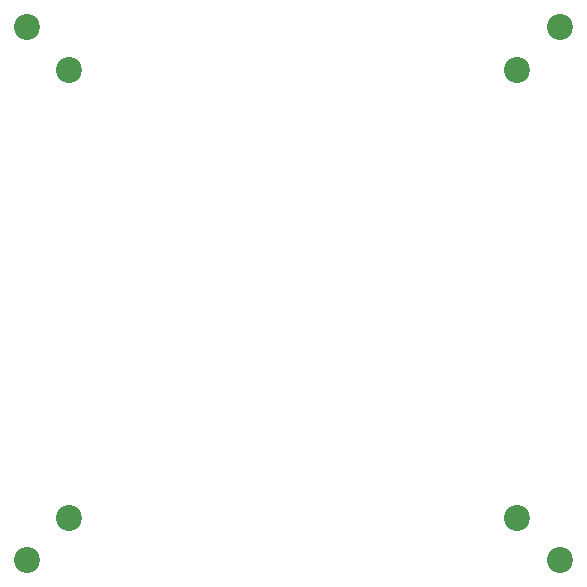
<source format=gbr>
%TF.GenerationSoftware,KiCad,Pcbnew,7.0.5*%
%TF.CreationDate,2024-08-05T01:16:24+08:00*%
%TF.ProjectId,TPS,5450532e-6b69-4636-9164-5f7063625858,rev?*%
%TF.SameCoordinates,Original*%
%TF.FileFunction,Soldermask,Top*%
%TF.FilePolarity,Negative*%
%FSLAX46Y46*%
G04 Gerber Fmt 4.6, Leading zero omitted, Abs format (unit mm)*
G04 Created by KiCad (PCBNEW 7.0.5) date 2024-08-05 01:16:24*
%MOMM*%
%LPD*%
G01*
G04 APERTURE LIST*
%ADD10C,2.200000*%
G04 APERTURE END LIST*
D10*
%TO.C,H1*%
X44261000Y-61486000D03*
%TD*%
%TO.C,H4*%
X82175000Y-99400000D03*
%TD*%
%TO.C,H2*%
X44261000Y-99400000D03*
%TD*%
%TO.C,H3*%
X82175000Y-61486000D03*
%TD*%
%TO.C,H10*%
X85775000Y-57886000D03*
%TD*%
%TO.C,H9*%
X40661000Y-103000000D03*
%TD*%
%TO.C,H8*%
X40661000Y-57886000D03*
%TD*%
%TO.C,H11*%
X85775000Y-103000000D03*
%TD*%
M02*

</source>
